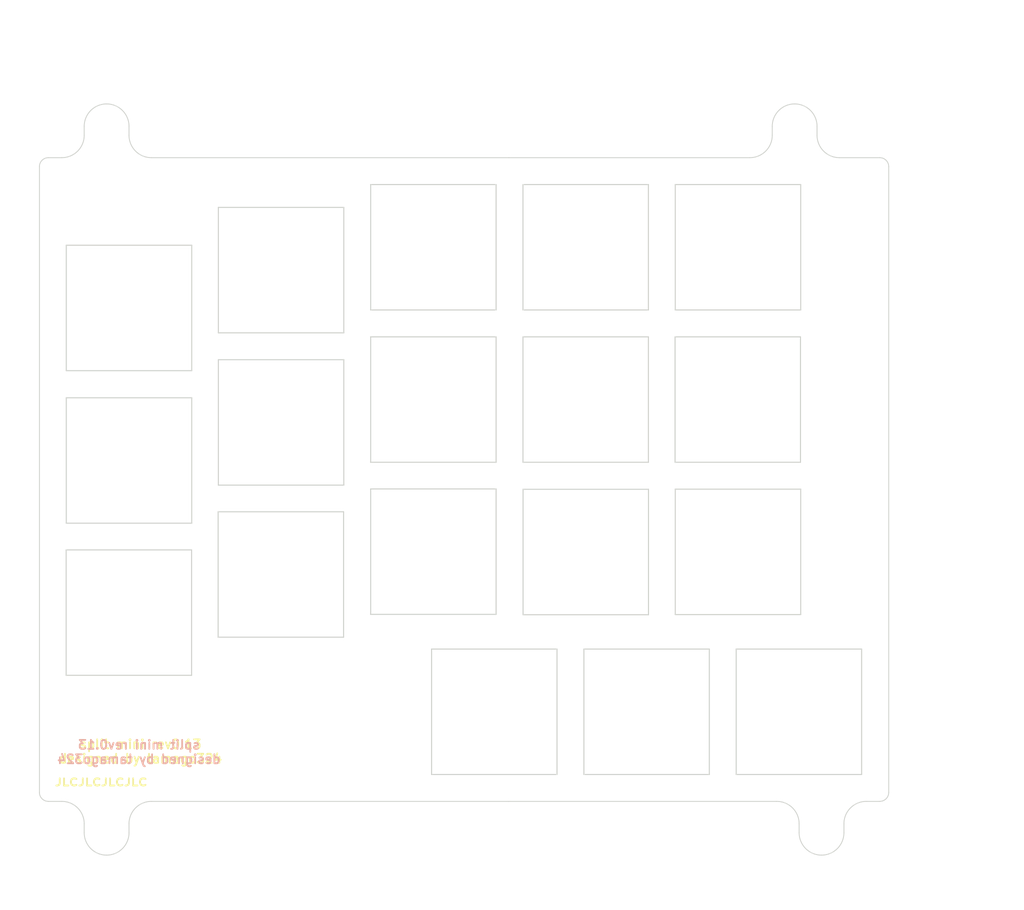
<source format=kicad_pcb>
(kicad_pcb (version 20211014) (generator pcbnew)
  (layers (0 "F.Cu" signal) (31 "B.Cu" signal) (34 "B.Paste" user) (35 "F.Paste" user) (36 "B.SilkS" user "B.Silkscreen") (37 "F.SilkS" user "F.Silkscreen") (38 "B.Mask" user) (39 "F.Mask" user) (44 "Edge.Cuts" user))
  (net 0 "")
  (net 1 "GND")
  (footprint "split mini:SW_Hole" (layer "F.Cu") (at 95.075 74.3)
    (fp_text reference "SW15" hide)
    (fp_text value "SW_Push" hide)
    (fp_line (start 7 -7) (end -7 -7) (layer "Edge.Cuts") (width 0.12))
    (fp_line (start -7 -7) (end -7 7) (layer "Edge.Cuts") (width 0.12))
    (fp_line (start 7 7) (end 7 -7) (layer "Edge.Cuts") (width 0.12))
    (fp_line (start -7 7) (end 7 7) (layer "Edge.Cuts") (width 0.12))
  )
  (footprint "split mini:spacer_m2_2mm" (layer "F.Cu") (at 101.39 26.79)
    (fp_text reference "Ref**" hide)
    (fp_text value "Val**" hide)
    (pad "" np_thru_hole circle (at 0 0) (size 2 2) (drill 2.2) (layers F&B.Cu *.Mask))
  )
  (footprint "split mini:SW_Hole" (layer "F.Cu") (at 44.075 59.85)
    (fp_text reference "SW7" hide)
    (fp_text value "SW_Push" hide)
    (fp_line (start 7 7) (end 7 -7) (layer "Edge.Cuts") (width 0.12))
    (fp_line (start 7 -7) (end -7 -7) (layer "Edge.Cuts") (width 0.12))
    (fp_line (start -7 7) (end 7 7) (layer "Edge.Cuts") (width 0.12))
    (fp_line (start -7 -7) (end -7 7) (layer "Edge.Cuts") (width 0.12))
  )
  (footprint "split mini:SW_Hole" (layer "F.Cu") (at 61.075 40.3)
    (fp_text reference "SW3" hide)
    (fp_text value "SW_Push" hide)
    (fp_line (start -7 7) (end 7 7) (layer "Edge.Cuts") (width 0.12))
    (fp_line (start 7 7) (end 7 -7) (layer "Edge.Cuts") (width 0.12))
    (fp_line (start -7 -7) (end -7 7) (layer "Edge.Cuts") (width 0.12))
    (fp_line (start 7 -7) (end -7 -7) (layer "Edge.Cuts") (width 0.12))
  )
  (footprint "split mini:spacer_m2_2mm" (layer "F.Cu") (at 104.4 105.65)
    (fp_text reference "Ref**" hide)
    (fp_text value "Val**" hide)
    (pad "" np_thru_hole circle (at 0 0) (size 2 2) (drill 2.2) (layers F&B.Cu *.Mask))
  )
  (footprint "split mini:SW_Hole" (layer "F.Cu") (at 27.1 64.1)
    (fp_text reference "SW6" hide)
    (fp_text value "SW_Push" hide)
    (fp_line (start 7 7) (end 7 -7) (layer "Edge.Cuts") (width 0.12))
    (fp_line (start -7 -7) (end -7 7) (layer "Edge.Cuts") (width 0.12))
    (fp_line (start 7 -7) (end -7 -7) (layer "Edge.Cuts") (width 0.12))
    (fp_line (start -7 7) (end 7 7) (layer "Edge.Cuts") (width 0.12))
  )
  (footprint "split mini:SW_Hole" (layer "F.Cu") (at 84.875 92.15)
    (fp_text reference "SW17" hide)
    (fp_text value "SW_Push" hide)
    (fp_line (start -7 7) (end 7 7) (layer "Edge.Cuts") (width 0.12))
    (fp_line (start 7 -7) (end -7 -7) (layer "Edge.Cuts") (width 0.12))
    (fp_line (start -7 -7) (end -7 7) (layer "Edge.Cuts") (width 0.12))
    (fp_line (start 7 7) (end 7 -7) (layer "Edge.Cuts") (width 0.12))
  )
  (footprint "split mini:SW_Hole" (layer "F.Cu") (at 78.085 74.315)
    (fp_text reference "SW14" hide)
    (fp_text value "SW_Push" hide)
    (fp_line (start -7 -7) (end -7 7) (layer "Edge.Cuts") (width 0.12))
    (fp_line (start -7 7) (end 7 7) (layer "Edge.Cuts") (width 0.12))
    (fp_line (start 7 7) (end 7 -7) (layer "Edge.Cuts") (width 0.12))
    (fp_line (start 7 -7) (end -7 -7) (layer "Edge.Cuts") (width 0.12))
  )
  (footprint "split mini:spacer_m2_2mm" (layer "F.Cu") (at 24.61 105.64)
    (fp_text reference "Ref**" hide)
    (fp_text value "Val**" hide)
    (pad "" np_thru_hole circle (at 0 0) (size 2 2) (drill 2.2) (layers F&B.Cu *.Mask))
  )
  (footprint "split mini:SW_Hole" (layer "F.Cu") (at 78.075 57.3)
    (fp_text reference "SW9" hide)
    (fp_text value "SW_Push" hide)
    (fp_line (start 7 -7) (end -7 -7) (layer "Edge.Cuts") (width 0.12))
    (fp_line (start -7 -7) (end -7 7) (layer "Edge.Cuts") (width 0.12))
    (fp_line (start -7 7) (end 7 7) (layer "Edge.Cuts") (width 0.12))
    (fp_line (start 7 7) (end 7 -7) (layer "Edge.Cuts") (width 0.12))
  )
  (footprint "split mini:SW_Hole" (layer "F.Cu") (at 61.075 57.3)
    (fp_text reference "SW8" hide)
    (fp_text value "SW_Push" hide)
    (fp_line (start -7 7) (end 7 7) (layer "Edge.Cuts") (width 0.12))
    (fp_line (start 7 7) (end 7 -7) (layer "Edge.Cuts") (width 0.12))
    (fp_line (start 7 -7) (end -7 -7) (layer "Edge.Cuts") (width 0.12))
    (fp_line (start -7 -7) (end -7 7) (layer "Edge.Cuts") (width 0.12))
  )
  (footprint "split mini:SW_Hole" (layer "F.Cu") (at 95.05 57.3)
    (fp_text reference "SW10" hide)
    (fp_text value "SW_Push" hide)
    (fp_line (start 7 -7) (end -7 -7) (layer "Edge.Cuts") (width 0.12))
    (fp_line (start -7 -7) (end -7 7) (layer "Edge.Cuts") (width 0.12))
    (fp_line (start -7 7) (end 7 7) (layer "Edge.Cuts") (width 0.12))
    (fp_line (start 7 7) (end 7 -7) (layer "Edge.Cuts") (width 0.12))
  )
  (footprint "split mini:SW_Hole" (layer "F.Cu") (at 27.085 81.08)
    (fp_text reference "SW11" hide)
    (fp_text value "SW_Push" hide)
    (fp_line (start -7 -7) (end -7 7) (layer "Edge.Cuts") (width 0.12))
    (fp_line (start 7 -7) (end -7 -7) (layer "Edge.Cuts") (width 0.12))
    (fp_line (start -7 7) (end 7 7) (layer "Edge.Cuts") (width 0.12))
    (fp_line (start 7 7) (end 7 -7) (layer "Edge.Cuts") (width 0.12))
  )
  (footprint "split mini:SW_Hole" (layer "F.Cu") (at 27.1 47.075)
    (fp_text reference "SW1" hide)
    (fp_text value "SW_Push" hide)
    (fp_line (start -7 -7) (end -7 7) (layer "Edge.Cuts") (width 0.12))
    (fp_line (start 7 -7) (end -7 -7) (layer "Edge.Cuts") (width 0.12))
    (fp_line (start -7 7) (end 7 7) (layer "Edge.Cuts") (width 0.12))
    (fp_line (start 7 7) (end 7 -7) (layer "Edge.Cuts") (width 0.12))
  )
  (footprint "split mini:SW_Hole" (layer "F.Cu") (at 44.05 76.825)
    (fp_text reference "SW12" hide)
    (fp_text value "SW_Push" hide)
    (fp_line (start 7 7) (end 7 -7) (layer "Edge.Cuts") (width 0.12))
    (fp_line (start -7 -7) (end -7 7) (layer "Edge.Cuts") (width 0.12))
    (fp_line (start 7 -7) (end -7 -7) (layer "Edge.Cuts") (width 0.12))
    (fp_line (start -7 7) (end 7 7) (layer "Edge.Cuts") (width 0.12))
  )
  (footprint "split mini:spacer_m2_2mm" (layer "F.Cu") (at 24.6 26.8)
    (fp_text reference "Ref**" hide)
    (fp_text value "Val**" hide)
    (pad "" np_thru_hole circle (at 0 0) (size 2 2) (drill 2.2) (layers F&B.Cu *.Mask))
  )
  (footprint "split mini:SW_Hole" (layer "F.Cu") (at 95.075 40.3)
    (fp_text reference "SW5" hide)
    (fp_text value "SW_Push" hide)
    (fp_line (start 7 7) (end 7 -7) (layer "Edge.Cuts") (width 0.12))
    (fp_line (start -7 7) (end 7 7) (layer "Edge.Cuts") (width 0.12))
    (fp_line (start -7 -7) (end -7 7) (layer "Edge.Cuts") (width 0.12))
    (fp_line (start 7 -7) (end -7 -7) (layer "Edge.Cuts") (width 0.12))
  )
  (footprint "split mini:SW_Hole" (layer "F.Cu") (at 44.075 42.85)
    (fp_text reference "SW2" hide)
    (fp_text value "SW_Push" hide)
    (fp_line (start -7 7) (end 7 7) (layer "Edge.Cuts") (width 0.12))
    (fp_line (start -7 -7) (end -7 7) (layer "Edge.Cuts") (width 0.12))
    (fp_line (start 7 -7) (end -7 -7) (layer "Edge.Cuts") (width 0.12))
    (fp_line (start 7 7) (end 7 -7) (layer "Edge.Cuts") (width 0.12))
  )
  (footprint "split mini:SW_Hole" (layer "F.Cu") (at 61.075 74.275)
    (fp_text reference "SW13" hide)
    (fp_text value "SW_Push" hide)
    (fp_line (start -7 -7) (end -7 7) (layer "Edge.Cuts") (width 0.12))
    (fp_line (start -7 7) (end 7 7) (layer "Edge.Cuts") (width 0.12))
    (fp_line (start 7 -7) (end -7 -7) (layer "Edge.Cuts") (width 0.12))
    (fp_line (start 7 7) (end 7 -7) (layer "Edge.Cuts") (width 0.12))
  )
  (footprint "split mini:SW_Hole" (layer "F.Cu") (at 67.875 92.15)
    (fp_text reference "SW16" hide)
    (fp_text value "SW_Push" hide)
    (fp_line (start -7 7) (end 7 7) (layer "Edge.Cuts") (width 0.12))
    (fp_line (start -7 -7) (end -7 7) (layer "Edge.Cuts") (width 0.12))
    (fp_line (start 7 -7) (end -7 -7) (layer "Edge.Cuts") (width 0.12))
    (fp_line (start 7 7) (end 7 -7) (layer "Edge.Cuts") (width 0.12))
  )
  (footprint "split mini:SW_Hole" (layer "F.Cu") (at 78.075 40.3)
    (fp_text reference "SW4" hide)
    (fp_text value "SW_Push" hide)
    (fp_line (start 7 7) (end 7 -7) (layer "Edge.Cuts") (width 0.12))
    (fp_line (start 7 -7) (end -7 -7) (layer "Edge.Cuts") (width 0.12))
    (fp_line (start -7 -7) (end -7 7) (layer "Edge.Cuts") (width 0.12))
    (fp_line (start -7 7) (end 7 7) (layer "Edge.Cuts") (width 0.12))
  )
  (footprint "split mini:SW_Hole" (layer "F.Cu") (at 101.875 92.15)
    (fp_text reference "SW18" hide)
    (fp_text value "SW_Push" hide)
    (fp_line (start -7 -7) (end -7 7) (layer "Edge.Cuts") (width 0.12))
    (fp_line (start 7 7) (end 7 -7) (layer "Edge.Cuts") (width 0.12))
    (fp_line (start -7 7) (end 7 7) (layer "Edge.Cuts") (width 0.12))
    (fp_line (start 7 -7) (end -7 -7) (layer "Edge.Cuts") (width 0.12))
  )
  (gr_line (start 22.1 104.65) (end 22.1 105.65) (layer "Edge.Cuts") (width 0.1))
  (gr_line (start 103.9 26.8) (end 103.9 27.8) (layer "Edge.Cuts") (width 0.1))
  (gr_line (start 96.4 30.3) (end 69.5 30.3) (layer "Edge.Cuts") (width 0.1))
  (gr_arc (start 17.1 31.3) (mid 17.392894 30.592894) (end 18.1 30.3) (layer "Edge.Cuts") (width 0.1))
  (gr_line (start 18.1 102.15) (end 19.6 102.15) (layer "Edge.Cuts") (width 0.1))
  (gr_arc (start 104.4 108.15) (mid 102.632236 107.417766) (end 101.9 105.65) (layer "Edge.Cuts") (width 0.1))
  (gr_arc (start 106.9 104.65) (mid 107.632243 102.88224) (end 109.4 102.15) (layer "Edge.Cuts") (width 0.1))
  (gr_arc (start 27.1 105.65) (mid 26.367767 107.417767) (end 24.6 108.15) (layer "Edge.Cuts") (width 0.1))
  (gr_arc (start 24.6 108.15) (mid 22.832233 107.417767) (end 22.1 105.65) (layer "Edge.Cuts") (width 0.1))
  (gr_arc (start 18.1 102.15) (mid 17.392894 101.857106) (end 17.1 101.15) (layer "Edge.Cuts") (width 0.1))
  (gr_arc (start 106.4 30.3) (mid 104.632236 29.567766) (end 103.9 27.8) (layer "Edge.Cuts") (width 0.1))
  (gr_line (start 17.1 31.3) (end 17.1 101.15) (layer "Edge.Cuts") (width 0.1))
  (gr_line (start 110.9 30.3) (end 106.4 30.3) (layer "Edge.Cuts") (width 0.1))
  (gr_line (start 106.9 105.65) (end 106.9 104.65) (layer "Edge.Cuts") (width 0.1))
  (gr_line (start 22.1 27.8) (end 22.1 26.8) (layer "Edge.Cuts") (width 0.1))
  (gr_arc (start 22.1 26.8) (mid 22.832233 25.032233) (end 24.6 24.3) (layer "Edge.Cuts") (width 0.1))
  (gr_line (start 109.4 102.15) (end 110.9 102.15) (layer "Edge.Cuts") (width 0.1))
  (gr_arc (start 98.9 27.8) (mid 98.167776 29.567774) (end 96.4 30.3) (layer "Edge.Cuts") (width 0.1))
  (gr_arc (start 24.6 24.3) (mid 26.367767 25.032233) (end 27.1 26.8) (layer "Edge.Cuts") (width 0.1))
  (gr_arc (start 22.1 27.8) (mid 21.367767 29.567767) (end 19.6 30.3) (layer "Edge.Cuts") (width 0.1))
  (gr_line (start 69.5 30.3) (end 29.6 30.3) (layer "Edge.Cuts") (width 0.1))
  (gr_line (start 101.9 104.65) (end 101.9 105.65) (layer "Edge.Cuts") (width 0.1))
  (gr_line (start 27.1 26.8) (end 27.1 27.8) (layer "Edge.Cuts") (width 0.1))
  (gr_line (start 111.9 101.15) (end 111.9 31.3) (layer "Edge.Cuts") (width 0.1))
  (gr_arc (start 99.4 102.15) (mid 101.16777 102.882232) (end 101.9 104.65) (layer "Edge.Cuts") (width 0.1))
  (gr_arc (start 106.9 105.65) (mid 106.167776 107.417774) (end 104.4 108.15) (layer "Edge.Cuts") (width 0.1))
  (gr_arc (start 110.9 30.3) (mid 111.607146 30.592876) (end 111.9 31.3) (layer "Edge.Cuts") (width 0.1))
  (gr_line (start 27.1 105.65) (end 27.1 104.65) (layer "Edge.Cuts") (width 0.1))
  (gr_arc (start 19.6 102.15) (mid 21.367767 102.882233) (end 22.1 104.65) (layer "Edge.Cuts") (width 0.1))
  (gr_arc (start 29.6 30.3) (mid 27.832233 29.567767) (end 27.1 27.8) (layer "Edge.Cuts") (width 0.1))
  (gr_arc (start 111.9 101.15) (mid 111.607116 101.857114) (end 110.9 102.15) (layer "Edge.Cuts") (width 0.1))
  (gr_arc (start 98.9 26.8) (mid 99.632243 25.03224) (end 101.4 24.3) (layer "Edge.Cuts") (width 0.1))
  (gr_arc (start 27.1 104.65) (mid 27.832233 102.882233) (end 29.6 102.15) (layer "Edge.Cuts") (width 0.1))
  (gr_line (start 69.5 102.15) (end 99.4 102.15) (layer "Edge.Cuts") (width 0.1))
  (gr_line (start 19.6 30.3) (end 18.1 30.3) (layer "Edge.Cuts") (width 0.1))
  (gr_arc (start 101.4 24.3) (mid 103.16777 25.032232) (end 103.9 26.8) (layer "Edge.Cuts") (width 0.1))
  (gr_line (start 98.9 27.8) (end 98.9 26.8) (layer "Edge.Cuts") (width 0.1))
  (gr_line (start 29.6 102.15) (end 69.5 102.15) (layer "Edge.Cuts") (width 0.1))
  (gr_text "split mini rev0.13\ndesigned by tamago324" (at 28.2 96.64) (layer "B.SilkS") (effects (font (size 1 1) (thickness 0.2)) (justify mirror)))
  (gr_text "split mini rev0.13\ndesigned by tamago324" (at 28.38 96.58) (layer "F.SilkS") (effects (font (size 1 1) (thickness 0.2))))
  (gr_text "JLCJLCJLCJLC" (at 23.99 100.02) (layer "F.SilkS") (effects (font (size 0.8 1) (thickness 0.2))))
)
</source>
